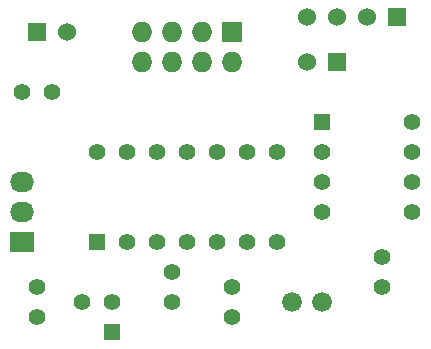
<source format=gbs>
%FSLAX34Y34*%
G04 Gerber Fmt 3.4, Leading zero omitted, Abs format*
G04 (created by PCBNEW (2014-02-15 BZR 4699)-product) date Sat 08 Mar 2014 11:33:38 PM EST*
%MOIN*%
G01*
G70*
G90*
G04 APERTURE LIST*
%ADD10C,0.005906*%
%ADD11R,0.055000X0.055000*%
%ADD12C,0.055000*%
%ADD13R,0.080000X0.068000*%
%ADD14O,0.080000X0.068000*%
%ADD15R,0.068000X0.068000*%
%ADD16O,0.068000X0.068000*%
%ADD17R,0.060000X0.060000*%
%ADD18C,0.060000*%
%ADD19C,0.066000*%
G04 APERTURE END LIST*
G54D10*
G54D11*
X30500Y-52500D03*
G54D12*
X31500Y-52500D03*
X32500Y-52500D03*
X33500Y-52500D03*
X34500Y-52500D03*
X35500Y-52500D03*
X36500Y-52500D03*
X36500Y-49500D03*
X35500Y-49500D03*
X34500Y-49500D03*
X33500Y-49500D03*
X32500Y-49500D03*
X31500Y-49500D03*
X30500Y-49500D03*
G54D13*
X28000Y-52500D03*
G54D14*
X28000Y-51500D03*
X28000Y-50500D03*
G54D15*
X35000Y-45500D03*
G54D16*
X34000Y-45500D03*
X33000Y-45500D03*
X32000Y-45500D03*
X32000Y-46500D03*
X33000Y-46500D03*
X34000Y-46500D03*
X35000Y-46500D03*
G54D12*
X29000Y-47500D03*
X28000Y-47500D03*
G54D11*
X31000Y-55500D03*
G54D12*
X31000Y-54500D03*
X30000Y-54500D03*
X35000Y-54000D03*
X35000Y-55000D03*
X28500Y-54000D03*
X28500Y-55000D03*
X33000Y-54500D03*
X33000Y-53500D03*
X40000Y-53000D03*
X40000Y-54000D03*
G54D17*
X40500Y-45000D03*
G54D18*
X39500Y-45000D03*
X38500Y-45000D03*
X37500Y-45000D03*
G54D17*
X38500Y-46500D03*
G54D18*
X37500Y-46500D03*
G54D17*
X28500Y-45500D03*
G54D18*
X29500Y-45500D03*
G54D19*
X38000Y-54500D03*
X37000Y-54500D03*
G54D11*
X38000Y-48500D03*
G54D12*
X38000Y-49500D03*
X38000Y-50500D03*
X38000Y-51500D03*
X41000Y-51500D03*
X41000Y-50500D03*
X41000Y-49500D03*
X41000Y-48500D03*
M02*

</source>
